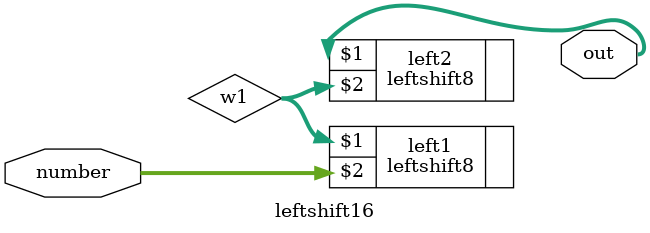
<source format=v>
module leftshift16(out, number);
    input [31:0] number;
    output [31:0] out;

    wire [31:0] w1;
    leftshift8 left1(w1, number);
    leftshift8 left2(out, w1);

endmodule
</source>
